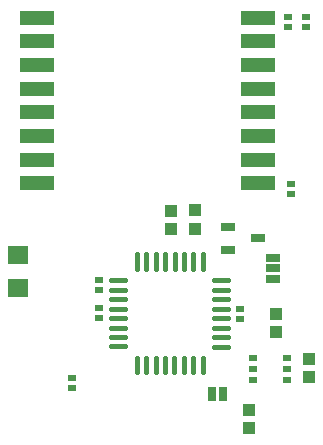
<source format=gtp>
G04 ---------------------------- Layer name :TOP PASTER LAYER*
G04 EasyEDA v5.5.15, Tue, 26 Jun 2018 10:07:45 GMT*
G04 6b00658ecf034e76a6cd097d3bdf46c6*
G04 Gerber Generator version 0.2*
G04 Scale: 100 percent, Rotated: No, Reflected: No *
G04 Dimensions in inches *
G04 leading zeros omitted , absolute positions ,2 integer and 4 decimal *
%FSLAX24Y24*%
%MOIN*%
G90*
G70D02*

%ADD14C,0.017716*%
%ADD16R,0.043310X0.039370*%
%ADD17R,0.025590X0.023620*%
%ADD18R,0.031500X0.020100*%
%ADD19R,0.043307X0.039370*%
%ADD20R,0.025000X0.050000*%
%ADD21R,0.049213X0.027559*%
%ADD22R,0.050000X0.025000*%
%ADD23R,0.070900X0.063000*%
%ADD24R,0.118100X0.047200*%

%LPD*%
G54D14*
G01X7850Y2643D02*
G01X7850Y3116D01*
G01X7534Y2643D02*
G01X7534Y3116D01*
G01X7219Y2643D02*
G01X7219Y3116D01*
G01X6905Y2643D02*
G01X6905Y3116D01*
G01X6590Y2643D02*
G01X6590Y3116D01*
G01X6276Y2643D02*
G01X6276Y3116D01*
G01X5961Y2643D02*
G01X5961Y3116D01*
G01X5646Y2643D02*
G01X5646Y3116D01*
G01X5266Y3500D02*
G01X4793Y3500D01*
G01X5266Y3815D02*
G01X4793Y3815D01*
G01X5266Y4130D02*
G01X4793Y4130D01*
G01X5266Y4444D02*
G01X4793Y4444D01*
G01X5266Y4759D02*
G01X4793Y4759D01*
G01X5266Y5073D02*
G01X4793Y5073D01*
G01X5266Y5388D02*
G01X4793Y5388D01*
G01X5266Y5703D02*
G01X4793Y5703D01*
G01X5650Y6093D02*
G01X5650Y6566D01*
G01X5965Y6093D02*
G01X5965Y6566D01*
G01X6280Y6093D02*
G01X6280Y6566D01*
G01X6594Y6093D02*
G01X6594Y6566D01*
G01X6909Y6093D02*
G01X6909Y6566D01*
G01X7223Y6093D02*
G01X7223Y6566D01*
G01X7538Y6093D02*
G01X7538Y6566D01*
G01X7853Y6093D02*
G01X7853Y6566D01*
G01X8706Y5700D02*
G01X8233Y5700D01*
G01X8706Y5384D02*
G01X8233Y5384D01*
G01X8706Y5069D02*
G01X8233Y5069D01*
G01X8706Y4755D02*
G01X8233Y4755D01*
G01X8706Y4440D02*
G01X8233Y4440D01*
G01X8706Y4126D02*
G01X8233Y4126D01*
G01X8706Y3811D02*
G01X8233Y3811D01*
G01X8706Y3496D02*
G01X8233Y3496D01*
G54D16*
G01X6800Y7400D03*
G01X6800Y8029D03*
G54D17*
G01X10800Y8919D03*
G01X10800Y8586D03*
G01X11300Y14469D03*
G01X11300Y14136D03*
G54D18*
G01X9530Y3119D03*
G01X9530Y2748D03*
G01X9530Y2378D03*
G01X10671Y2378D03*
G01X10671Y2748D03*
G01X10671Y3119D03*
G54D19*
G01X9399Y1393D03*
G01X9399Y764D03*
G01X10299Y4593D03*
G01X10299Y3964D03*
G01X11399Y3093D03*
G01X11399Y2464D03*
G54D17*
G01X4400Y4769D03*
G01X4400Y4436D03*
G01X3500Y2130D03*
G01X3500Y2463D03*
G01X9100Y4430D03*
G01X9100Y4763D03*
G01X4400Y5719D03*
G01X4400Y5386D03*
G01X10700Y14469D03*
G01X10700Y14136D03*
G54D19*
G01X7600Y7405D03*
G01X7600Y8035D03*
G54D20*
G01X8530Y1900D03*
G01X8150Y1900D03*
G54D21*
G01X9692Y7100D03*
G01X8707Y6726D03*
G01X8707Y7473D03*
G54D22*
G01X10200Y5750D03*
G01X10200Y6100D03*
G01X10200Y6450D03*
G54D23*
G01X1703Y5450D03*
G01X1703Y6550D03*
G54D24*
G01X9682Y11309D03*
G01X9682Y10519D03*
G01X9682Y9730D03*
G01X9682Y8940D03*
G01X9682Y12090D03*
G01X9682Y12880D03*
G01X9682Y13669D03*
G01X9682Y14459D03*
G01X2323Y14459D03*
G01X2323Y13669D03*
G01X2323Y12880D03*
G01X2323Y12090D03*
G01X2323Y11309D03*
G01X2323Y10519D03*
G01X2323Y9730D03*
G01X2323Y8940D03*
M00*
M02*

</source>
